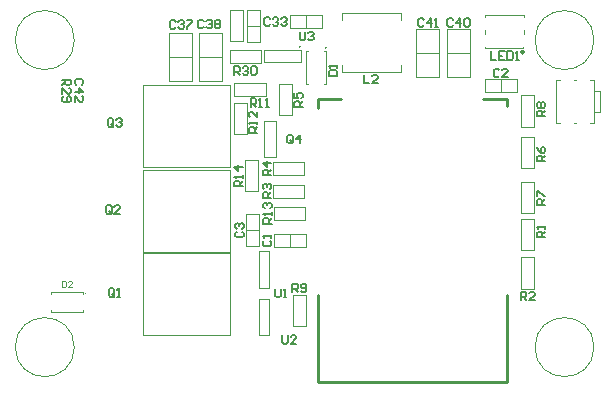
<source format=gbr>
%TF.GenerationSoftware,Altium Limited,Altium Designer,20.1.8 (145)*%
G04 Layer_Color=16777215*
%FSLAX45Y45*%
%MOMM*%
%TF.SameCoordinates,D4C556C9-1411-47D8-9651-3FCF20F6754B*%
%TF.FilePolarity,Positive*%
%TF.FileFunction,Legend,Top*%
%TF.Part,Single*%
G01*
G75*
%TA.AperFunction,NonConductor*%
%ADD48C,0.15000*%
%ADD49C,0.10000*%
%ADD50C,0.20000*%
%ADD51C,0.25000*%
%ADD52C,0.10160*%
%ADD53C,0.25400*%
%ADD54C,0.15240*%
D48*
X2462133Y2843974D02*
G03*
X2462133Y2843974I-5000J0D01*
G01*
D49*
X645409Y752174D02*
G03*
X645409Y752174I-5000J0D01*
G01*
D50*
X2678879Y2836059D02*
G03*
X2678879Y2836059I-5000J0D01*
G01*
D51*
X4353845Y2799034D02*
G03*
X4353845Y2799034I-10000J0D01*
G01*
D52*
X4950000Y300000D02*
G03*
X4950000Y300000I-250000J0D01*
G01*
Y2900000D02*
G03*
X4950000Y2900000I-250000J0D01*
G01*
X550000Y300000D02*
G03*
X550000Y300000I-250000J0D01*
G01*
Y2900000D02*
G03*
X550000Y2900000I-250000J0D01*
G01*
X2015398Y2884380D02*
X2125398D01*
Y3154380D01*
X2015398D02*
X2125398D01*
X2015398Y2884380D02*
Y3154380D01*
Y3019380D02*
X2125398D01*
X1867828Y2706849D02*
Y2816849D01*
Y2706849D02*
X2132828D01*
Y2816849D01*
X1867828D02*
X2132828D01*
X1865322Y3152884D02*
X1975322D01*
X1865322Y2887884D02*
Y3152884D01*
Y2887884D02*
X1975322D01*
Y3152884D01*
X4333613Y2081400D02*
X4443613D01*
X4333613Y1816400D02*
Y2081400D01*
Y1816400D02*
X4443613D01*
Y2081400D01*
X4333613Y1698245D02*
X4443613D01*
X4333613Y1433245D02*
Y1698245D01*
Y1433245D02*
X4443613D01*
Y1698245D01*
X4333613Y2432079D02*
X4443613D01*
X4333613Y2167078D02*
Y2432079D01*
Y2167078D02*
X4443613D01*
Y2432079D01*
X4333680Y794120D02*
X4443680D01*
Y1059120D01*
X4333680D02*
X4443680D01*
X4333680Y794120D02*
Y1059120D01*
X4333613Y1124100D02*
X4443613D01*
Y1389100D01*
X4333613D02*
X4443613D01*
X4333613Y1124100D02*
Y1389100D01*
X2495400Y1755011D02*
Y1865011D01*
X2230400D02*
X2495400D01*
X2230400Y1755011D02*
Y1865011D01*
Y1755011D02*
X2495400D01*
X2497205Y1564136D02*
Y1674136D01*
X2232204D02*
X2497205D01*
X2232204Y1564136D02*
Y1674136D01*
Y1564136D02*
X2497205D01*
X2281817Y2266194D02*
X2391817D01*
Y2531194D01*
X2281817D02*
X2391817D01*
X2281817Y2266194D02*
Y2531194D01*
X1904623Y2429542D02*
Y2539542D01*
Y2429542D02*
X2169624D01*
Y2539542D01*
X1904623D02*
X2169624D01*
X1899583Y2106194D02*
X2009583D01*
Y2371194D01*
X1899583D02*
X2009583D01*
X1899583Y2106194D02*
Y2371194D01*
X2506352Y1378340D02*
Y1488340D01*
X2241352D02*
X2506352D01*
X2241352Y1378340D02*
Y1488340D01*
Y1378340D02*
X2506352D01*
X1995518Y1618633D02*
X2105518D01*
Y1883633D01*
X1995518D02*
X2105518D01*
X1995518Y1618633D02*
Y1883633D01*
X2400865Y478150D02*
X2510865D01*
Y743150D01*
X2400865D02*
X2510865D01*
X2400865Y478150D02*
Y743150D01*
X1867815Y400665D02*
Y1095665D01*
X1128675D02*
X1867815D01*
X1128675Y400665D02*
Y1095665D01*
Y400665D02*
X1867815D01*
Y1108310D02*
Y1803310D01*
X1128675D02*
X1867815D01*
X1128675Y1108310D02*
Y1803310D01*
Y1108310D02*
X1867815D01*
Y1821035D02*
Y2516035D01*
X1128675D02*
X1867815D01*
X1128675Y1821035D02*
Y2516035D01*
Y1821035D02*
X1867815D01*
X1606860Y2963638D02*
X1801860D01*
X1606860Y2557238D02*
Y2963638D01*
Y2557238D02*
X1801860D01*
Y2963638D01*
X1606860Y2760438D02*
X1801860D01*
X3708835Y2586394D02*
X3903835D01*
Y2992794D01*
X3708835D02*
X3903835D01*
X3708835Y2586394D02*
Y2992794D01*
Y2789594D02*
X3903835D01*
X3439210Y2586394D02*
X3634210D01*
Y2992794D01*
X3439210D02*
X3634210D01*
X3439210Y2586394D02*
Y2992794D01*
Y2789594D02*
X3634210D01*
X1350329Y2963638D02*
X1545328D01*
X1350329Y2557238D02*
Y2963638D01*
Y2557238D02*
X1545328D01*
Y2963638D01*
X1350329Y2760438D02*
X1545328D01*
X2378879Y3003550D02*
Y3113550D01*
Y3003550D02*
X2648879D01*
Y3113550D01*
X2378879D02*
X2648879D01*
X2513879Y3003550D02*
Y3113550D01*
X2510038Y1145416D02*
Y1255415D01*
X2240038D02*
X2510038D01*
X2240038Y1145416D02*
Y1255415D01*
Y1145416D02*
X2510038D01*
X2375038D02*
Y1255415D01*
X2003138Y1423860D02*
X2113138D01*
X2003138Y1153861D02*
Y1423860D01*
Y1153861D02*
X2113138D01*
Y1423860D01*
X2003138Y1288861D02*
X2113138D01*
X4029480Y2457284D02*
Y2567284D01*
Y2457284D02*
X4299480D01*
Y2567284D01*
X4029480D02*
X4299480D01*
X4164480Y2457284D02*
Y2567284D01*
X2155171Y2716929D02*
Y2816929D01*
X2465171Y2716929D02*
Y2816929D01*
X2155171Y2716929D02*
X2465171D01*
X2155171Y2816929D02*
X2465171D01*
X2112538Y1113264D02*
X2202538D01*
X2112538Y803265D02*
X2202538D01*
X2112538D02*
Y1113264D01*
X2202538Y803265D02*
Y1113264D01*
X2112538Y708520D02*
X2202538D01*
X2112538Y398520D02*
X2202538D01*
X2112538D02*
Y708520D01*
X2202538Y398520D02*
Y708520D01*
X350409Y767174D02*
X620409D01*
X350409Y597174D02*
X620409D01*
X350409Y747254D02*
Y767174D01*
X620409Y747254D02*
Y767174D01*
X350409Y597174D02*
Y617094D01*
X620409Y597174D02*
Y617094D01*
X3314344Y2626520D02*
Y2686440D01*
X2814344Y2626520D02*
Y2686440D01*
X3314344Y3066600D02*
Y3126520D01*
X2814344Y3066600D02*
Y3126520D01*
Y2626520D02*
X3314344D01*
X2814344Y3126520D02*
X3314344D01*
X4950036Y2200000D02*
Y2560000D01*
Y2467500D02*
X5000003D01*
X4630569Y2200000D02*
Y2560000D01*
X4950036Y2292500D02*
X5000003D01*
Y2467500D01*
X4630569Y2200000D02*
X4660016D01*
X4630569Y2560000D02*
X4660016D01*
X4920016Y2200000D02*
X4950036D01*
X4920016Y2560000D02*
X4950036D01*
X4780016Y2200000D02*
X4800016D01*
X4780016Y2560000D02*
X4800016D01*
X2661379Y2806059D02*
X2678879D01*
Y2531058D02*
Y2806059D01*
X2661379Y2531058D02*
X2678879D01*
X2508879Y2806059D02*
X2526379D01*
X2508879Y2531058D02*
Y2806059D01*
Y2531058D02*
X2526379D01*
X4348846Y2829034D02*
Y2841534D01*
X4353845Y3099034D02*
Y3109034D01*
Y2949034D02*
Y2989034D01*
X4028846Y2829034D02*
Y2839034D01*
Y3109034D02*
X4353845D01*
X4101346Y2829034D02*
X4348846D01*
X4028846D02*
X4101346D01*
X4028846Y3099034D02*
Y3109034D01*
Y2949034D02*
Y2989034D01*
X2156023Y1911001D02*
X2257623D01*
X2156023D02*
Y2211001D01*
X2257623D01*
Y1911141D02*
Y2210861D01*
X443090Y856499D02*
Y805716D01*
X468481D01*
X476945Y814180D01*
Y848036D01*
X468481Y856499D01*
X443090D01*
X527729Y805716D02*
X493873D01*
X527729Y839572D01*
Y848036D01*
X519265Y856499D01*
X502337D01*
X493873Y848036D01*
D53*
X2611115Y3660D02*
Y739960D01*
X4211115Y3660D02*
Y739960D01*
Y2340160D02*
Y2403660D01*
X4011115D02*
X4211115D01*
X2611115Y2327460D02*
Y2403660D01*
Y3660D02*
X4211115D01*
X2611115Y2403660D02*
X2811115D01*
D54*
X612237Y2520614D02*
X624086Y2532464D01*
Y2556163D01*
X612237Y2568012D01*
X564839D01*
X552989Y2556163D01*
Y2532464D01*
X564839Y2520614D01*
X552989Y2461367D02*
X624086D01*
X588538Y2496916D01*
Y2449518D01*
X552989Y2378421D02*
Y2425819D01*
X600387Y2378421D01*
X612237D01*
X624086Y2390270D01*
Y2413969D01*
X612237Y2425819D01*
X4075351Y2803805D02*
Y2732708D01*
X4122749D01*
X4193846Y2803805D02*
X4146448D01*
Y2732708D01*
X4193846D01*
X4146448Y2768256D02*
X4170147D01*
X4217545Y2803805D02*
Y2732708D01*
X4253093D01*
X4264942Y2744557D01*
Y2791955D01*
X4253093Y2803805D01*
X4217545D01*
X4288641Y2732708D02*
X4312340D01*
X4300491D01*
Y2803805D01*
X4288641Y2791955D01*
X4148219Y2645914D02*
X4136369Y2657763D01*
X4112670D01*
X4100821Y2645914D01*
Y2598516D01*
X4112670Y2586666D01*
X4136369D01*
X4148219Y2598516D01*
X4219315Y2586666D02*
X4171917D01*
X4219315Y2634064D01*
Y2645914D01*
X4207466Y2657763D01*
X4183767D01*
X4171917Y2645914D01*
X2396149Y764811D02*
Y835908D01*
X2431698D01*
X2443547Y824059D01*
Y800360D01*
X2431698Y788510D01*
X2396149D01*
X2419848D02*
X2443547Y764811D01*
X2467246Y776661D02*
X2479096Y764811D01*
X2502795D01*
X2514644Y776661D01*
Y824059D01*
X2502795Y835908D01*
X2479096D01*
X2467246Y824059D01*
Y812209D01*
X2479096Y800360D01*
X2514644D01*
X2250575Y793358D02*
Y734111D01*
X2262425Y722261D01*
X2286124D01*
X2297973Y734111D01*
Y793358D01*
X2321672Y722261D02*
X2345371D01*
X2333522D01*
Y793358D01*
X2321672Y781508D01*
X1923587Y1278165D02*
X1911738Y1266316D01*
Y1242617D01*
X1923587Y1230767D01*
X1970985D01*
X1982835Y1242617D01*
Y1266316D01*
X1970985Y1278165D01*
X1923587Y1301864D02*
X1911738Y1313714D01*
Y1337413D01*
X1923587Y1349262D01*
X1935437D01*
X1947286Y1337413D01*
Y1325563D01*
Y1337413D01*
X1959136Y1349262D01*
X1970985D01*
X1982835Y1337413D01*
Y1313714D01*
X1970985Y1301864D01*
X1406945Y3056312D02*
X1395096Y3068162D01*
X1371397D01*
X1359547Y3056312D01*
Y3008914D01*
X1371397Y2997065D01*
X1395096D01*
X1406945Y3008914D01*
X1430644Y3056312D02*
X1442493Y3068162D01*
X1466192D01*
X1478042Y3056312D01*
Y3044463D01*
X1466192Y3032613D01*
X1454343D01*
X1466192D01*
X1478042Y3020764D01*
Y3008914D01*
X1466192Y2997065D01*
X1442493D01*
X1430644Y3008914D01*
X1501741Y3068162D02*
X1549139D01*
Y3056312D01*
X1501741Y3008914D01*
Y2997065D01*
X3508204Y3071764D02*
X3496354Y3083613D01*
X3472655D01*
X3460806Y3071764D01*
Y3024366D01*
X3472655Y3012516D01*
X3496354D01*
X3508204Y3024366D01*
X3567451Y3012516D02*
Y3083613D01*
X3531903Y3048065D01*
X3579300D01*
X3602999Y3012516D02*
X3626698D01*
X3614849D01*
Y3083613D01*
X3602999Y3071764D01*
X1974601Y1660594D02*
X1903504D01*
Y1696143D01*
X1915353Y1707992D01*
X1939052D01*
X1950902Y1696143D01*
Y1660594D01*
Y1684293D02*
X1974601Y1707992D01*
Y1731691D02*
Y1755390D01*
Y1743541D01*
X1903504D01*
X1915353Y1731691D01*
X1974601Y1826487D02*
X1903504D01*
X1939052Y1790939D01*
Y1838337D01*
X2220148Y1346024D02*
X2149051D01*
Y1381573D01*
X2160900Y1393422D01*
X2184599D01*
X2196449Y1381573D01*
Y1346024D01*
Y1369723D02*
X2220148Y1393422D01*
Y1417121D02*
Y1440820D01*
Y1428971D01*
X2149051D01*
X2160900Y1417121D01*
Y1476369D02*
X2149051Y1488219D01*
Y1511917D01*
X2160900Y1523767D01*
X2172750D01*
X2184599Y1511917D01*
Y1500068D01*
Y1511917D01*
X2196449Y1523767D01*
X2208298D01*
X2220148Y1511917D01*
Y1488219D01*
X2208298Y1476369D01*
X2099561Y2114868D02*
X2028464D01*
Y2150417D01*
X2040313Y2162266D01*
X2064012D01*
X2075862Y2150417D01*
Y2114868D01*
Y2138567D02*
X2099561Y2162266D01*
Y2185965D02*
Y2209664D01*
Y2197815D01*
X2028464D01*
X2040313Y2185965D01*
X2099561Y2292611D02*
Y2245213D01*
X2052163Y2292611D01*
X2040313D01*
X2028464Y2280761D01*
Y2257062D01*
X2040313Y2245213D01*
X2041771Y2334649D02*
Y2405746D01*
X2077319D01*
X2089169Y2393897D01*
Y2370198D01*
X2077319Y2358348D01*
X2041771D01*
X2065470D02*
X2089169Y2334649D01*
X2112868D02*
X2136566D01*
X2124717D01*
Y2405746D01*
X2112868Y2393897D01*
X2172115Y2334649D02*
X2195814D01*
X2183965D01*
Y2405746D01*
X2172115Y2393897D01*
X2399438Y2038770D02*
Y2086168D01*
X2387589Y2098017D01*
X2363890D01*
X2352040Y2086168D01*
Y2038770D01*
X2363890Y2026920D01*
X2387589D01*
X2375739Y2050619D02*
X2399438Y2026920D01*
X2387589D02*
X2399438Y2038770D01*
X2458685Y2026920D02*
Y2098017D01*
X2423137Y2062469D01*
X2470535D01*
X880798Y2178470D02*
Y2225868D01*
X868949Y2237717D01*
X845250D01*
X833400Y2225868D01*
Y2178470D01*
X845250Y2166620D01*
X868949D01*
X857099Y2190319D02*
X880798Y2166620D01*
X868949D02*
X880798Y2178470D01*
X904497Y2225868D02*
X916347Y2237717D01*
X940046D01*
X951895Y2225868D01*
Y2214018D01*
X940046Y2202169D01*
X928196D01*
X940046D01*
X951895Y2190319D01*
Y2178470D01*
X940046Y2166620D01*
X916347D01*
X904497Y2178470D01*
X865358Y1441670D02*
Y1489068D01*
X853509Y1500917D01*
X829810D01*
X817960Y1489068D01*
Y1441670D01*
X829810Y1429820D01*
X853509D01*
X841659Y1453519D02*
X865358Y1429820D01*
X853509D02*
X865358Y1441670D01*
X936455Y1429820D02*
X889057D01*
X936455Y1477218D01*
Y1489068D01*
X924606Y1500917D01*
X900907D01*
X889057Y1489068D01*
X889098Y738630D02*
Y786028D01*
X877249Y797877D01*
X853550D01*
X841700Y786028D01*
Y738630D01*
X853550Y726780D01*
X877249D01*
X865399Y750479D02*
X889098Y726780D01*
X877249D02*
X889098Y738630D01*
X912797Y726780D02*
X936496D01*
X924647D01*
Y797877D01*
X912797Y786028D01*
X2482837Y2335210D02*
X2411740D01*
Y2370759D01*
X2423589Y2382608D01*
X2447288D01*
X2459138Y2370759D01*
Y2335210D01*
Y2358909D02*
X2482837Y2382608D01*
X2411740Y2453705D02*
Y2406307D01*
X2447288D01*
X2435439Y2430006D01*
Y2441856D01*
X2447288Y2453705D01*
X2470987D01*
X2482837Y2441856D01*
Y2418157D01*
X2470987Y2406307D01*
X2216775Y1563920D02*
X2145678D01*
Y1599468D01*
X2157527Y1611318D01*
X2181226D01*
X2193076Y1599468D01*
Y1563920D01*
Y1587619D02*
X2216775Y1611318D01*
X2157527Y1635017D02*
X2145678Y1646866D01*
Y1670565D01*
X2157527Y1682415D01*
X2169377D01*
X2181226Y1670565D01*
Y1658716D01*
Y1670565D01*
X2193076Y1682415D01*
X2204925D01*
X2216775Y1670565D01*
Y1646866D01*
X2204925Y1635017D01*
X2214531Y1755976D02*
X2143434D01*
Y1791525D01*
X2155284Y1803374D01*
X2178983D01*
X2190832Y1791525D01*
Y1755976D01*
Y1779675D02*
X2214531Y1803374D01*
Y1862622D02*
X2143434D01*
X2178983Y1827073D01*
Y1874471D01*
X4536620Y1231216D02*
X4465523D01*
Y1266765D01*
X4477372Y1278614D01*
X4501071D01*
X4512921Y1266765D01*
Y1231216D01*
Y1254915D02*
X4536620Y1278614D01*
Y1302313D02*
Y1326012D01*
Y1314163D01*
X4465523D01*
X4477372Y1302313D01*
X4330584Y698024D02*
Y769121D01*
X4366133D01*
X4377982Y757271D01*
Y733572D01*
X4366133Y721723D01*
X4330584D01*
X4354283D02*
X4377982Y698024D01*
X4449079D02*
X4401681D01*
X4449079Y745422D01*
Y757271D01*
X4437230Y769121D01*
X4413531D01*
X4401681Y757271D01*
X4537132Y2255808D02*
X4466035D01*
Y2291356D01*
X4477884Y2303206D01*
X4501583D01*
X4513433Y2291356D01*
Y2255808D01*
Y2279507D02*
X4537132Y2303206D01*
X4477884Y2326905D02*
X4466035Y2338754D01*
Y2362453D01*
X4477884Y2374303D01*
X4489734D01*
X4501583Y2362453D01*
X4513433Y2374303D01*
X4525282D01*
X4537132Y2362453D01*
Y2338754D01*
X4525282Y2326905D01*
X4513433D01*
X4501583Y2338754D01*
X4489734Y2326905D01*
X4477884D01*
X4501583Y2338754D02*
Y2362453D01*
X4536579Y1505553D02*
X4465482D01*
Y1541101D01*
X4477331Y1552951D01*
X4501030D01*
X4512880Y1541101D01*
Y1505553D01*
Y1529252D02*
X4536579Y1552951D01*
X4465482Y1576650D02*
Y1624048D01*
X4477331D01*
X4524729Y1576650D01*
X4536579D01*
X4534506Y1874162D02*
X4463409D01*
Y1909710D01*
X4475259Y1921560D01*
X4498958D01*
X4510807Y1909710D01*
Y1874162D01*
Y1897861D02*
X4534506Y1921560D01*
X4463409Y1992656D02*
X4475259Y1968957D01*
X4498958Y1945258D01*
X4522657D01*
X4534506Y1957108D01*
Y1980807D01*
X4522657Y1992656D01*
X4510807D01*
X4498958Y1980807D01*
Y1945258D01*
X2156072Y1202463D02*
X2144223Y1190614D01*
Y1166915D01*
X2156072Y1155065D01*
X2203470D01*
X2215320Y1166915D01*
Y1190614D01*
X2203470Y1202463D01*
X2215320Y1226162D02*
Y1249861D01*
Y1238012D01*
X2144223D01*
X2156072Y1226162D01*
X2206919Y3079494D02*
X2195070Y3091343D01*
X2171371D01*
X2159521Y3079494D01*
Y3032096D01*
X2171371Y3020246D01*
X2195070D01*
X2206919Y3032096D01*
X2230618Y3079494D02*
X2242467Y3091343D01*
X2266166D01*
X2278016Y3079494D01*
Y3067644D01*
X2266166Y3055795D01*
X2254317D01*
X2266166D01*
X2278016Y3043945D01*
Y3032096D01*
X2266166Y3020246D01*
X2242467D01*
X2230618Y3032096D01*
X2301715Y3079494D02*
X2313564Y3091343D01*
X2337263D01*
X2349113Y3079494D01*
Y3067644D01*
X2337263Y3055795D01*
X2325414D01*
X2337263D01*
X2349113Y3043945D01*
Y3032096D01*
X2337263Y3020246D01*
X2313564D01*
X2301715Y3032096D01*
X3756351Y3071764D02*
X3744502Y3083613D01*
X3720803D01*
X3708953Y3071764D01*
Y3024366D01*
X3720803Y3012516D01*
X3744502D01*
X3756351Y3024366D01*
X3815599Y3012516D02*
Y3083613D01*
X3780050Y3048065D01*
X3827448D01*
X3851147Y3071764D02*
X3862997Y3083613D01*
X3886696D01*
X3898545Y3071764D01*
Y3024366D01*
X3886696Y3012516D01*
X3862997D01*
X3851147Y3024366D01*
Y3071764D01*
X2704405Y2595079D02*
X2775501D01*
Y2630627D01*
X2763652Y2642477D01*
X2716254D01*
X2704405Y2630627D01*
Y2595079D01*
X2775501Y2666176D02*
Y2689874D01*
Y2678025D01*
X2704405D01*
X2716254Y2666176D01*
X3000102Y2605289D02*
Y2534192D01*
X3047500D01*
X3118597D02*
X3071199D01*
X3118597Y2581590D01*
Y2593439D01*
X3106748Y2605289D01*
X3083049D01*
X3071199Y2593439D01*
X449642Y2564834D02*
X520739D01*
Y2529286D01*
X508889Y2517436D01*
X485190D01*
X473341Y2529286D01*
Y2564834D01*
Y2541135D02*
X449642Y2517436D01*
Y2446340D02*
Y2493737D01*
X497040Y2446340D01*
X508889D01*
X520739Y2458189D01*
Y2481888D01*
X508889Y2493737D01*
X461491Y2422641D02*
X449642Y2410791D01*
Y2387092D01*
X461491Y2375243D01*
X508889D01*
X520739Y2387092D01*
Y2410791D01*
X508889Y2422641D01*
X497040D01*
X485190Y2410791D01*
Y2375243D01*
X1904229Y2605816D02*
Y2676913D01*
X1939777D01*
X1951627Y2665063D01*
Y2641364D01*
X1939777Y2629515D01*
X1904229D01*
X1927928D02*
X1951627Y2605816D01*
X1975325Y2665063D02*
X1987175Y2676913D01*
X2010874D01*
X2022723Y2665063D01*
Y2653214D01*
X2010874Y2641364D01*
X1999024D01*
X2010874D01*
X2022723Y2629515D01*
Y2617665D01*
X2010874Y2605816D01*
X1987175D01*
X1975325Y2617665D01*
X2046422Y2665063D02*
X2058272Y2676913D01*
X2081971D01*
X2093820Y2665063D01*
Y2617665D01*
X2081971Y2605816D01*
X2058272D01*
X2046422Y2617665D01*
Y2665063D01*
X2458233Y2971805D02*
Y2912557D01*
X2470083Y2900708D01*
X2493782D01*
X2505631Y2912557D01*
Y2971805D01*
X2529330Y2959955D02*
X2541180Y2971805D01*
X2564879D01*
X2576728Y2959955D01*
Y2948106D01*
X2564879Y2936256D01*
X2553029D01*
X2564879D01*
X2576728Y2924407D01*
Y2912557D01*
X2564879Y2900708D01*
X2541180D01*
X2529330Y2912557D01*
X2310092Y398805D02*
Y339558D01*
X2321942Y327708D01*
X2345641D01*
X2357490Y339558D01*
Y398805D01*
X2428587Y327708D02*
X2381189D01*
X2428587Y375106D01*
Y386956D01*
X2416738Y398805D01*
X2393039D01*
X2381189Y386956D01*
X1644916Y3060270D02*
X1633067Y3072120D01*
X1609368D01*
X1597519Y3060270D01*
Y3012873D01*
X1609368Y3001023D01*
X1633067D01*
X1644916Y3012873D01*
X1668615Y3060270D02*
X1680465Y3072120D01*
X1704164D01*
X1716013Y3060270D01*
Y3048421D01*
X1704164Y3036572D01*
X1692314D01*
X1704164D01*
X1716013Y3024722D01*
Y3012873D01*
X1704164Y3001023D01*
X1680465D01*
X1668615Y3012873D01*
X1739712Y3060270D02*
X1751562Y3072120D01*
X1775261D01*
X1787110Y3060270D01*
Y3048421D01*
X1775261Y3036572D01*
X1787110Y3024722D01*
Y3012873D01*
X1775261Y3001023D01*
X1751562D01*
X1739712Y3012873D01*
Y3024722D01*
X1751562Y3036572D01*
X1739712Y3048421D01*
Y3060270D01*
X1751562Y3036572D02*
X1775261D01*
%TF.MD5,0937a3ee7a525e82748837ed2878358d*%
M02*

</source>
